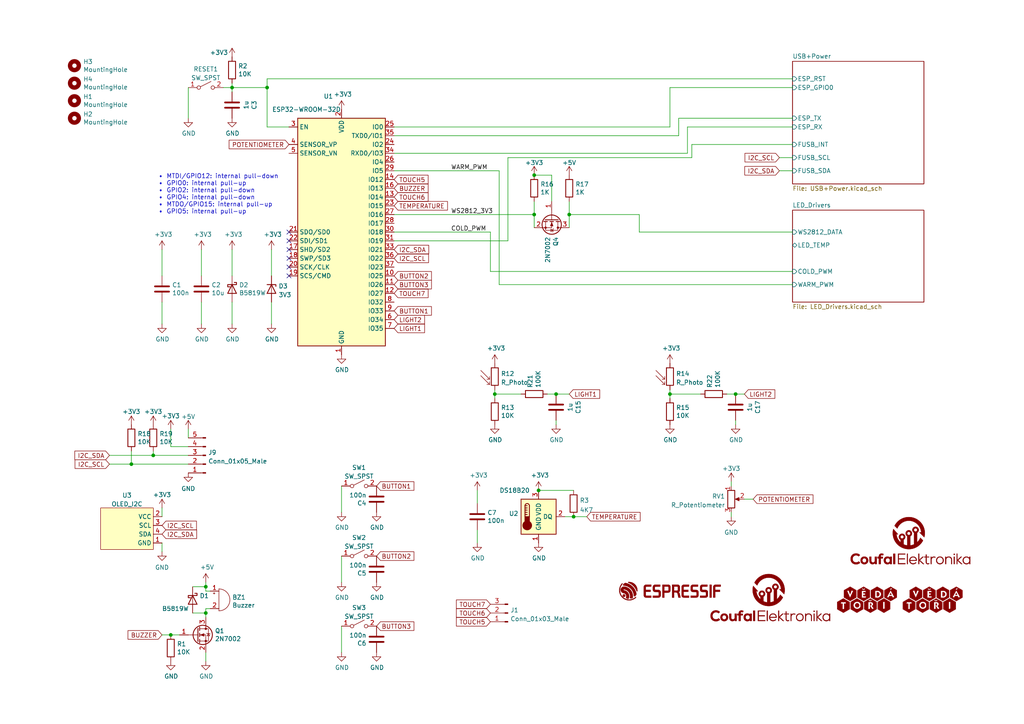
<source format=kicad_sch>
(kicad_sch (version 20230121) (generator eeschema)
  (paper "A4")
  (lib_symbols
    (symbol "Connector:Conn_01x03_Male" (pin_names (offset 1.016) hide)
      (property "Reference" "J" (at 0 5.08 0))
      (property "Value" "Conn_01x03_Male" (at 0 -5.08 0))
      (symbol "Conn_01x03_Male_1_1"
        (pin passive line (at 5.08 2.54 180) (length 3.81) (name "Pin_1") (number "1"))
        (pin passive line (at 5.08 0 180) (length 3.81) (name "Pin_2") (number "2"))
        (pin passive line (at 5.08 -2.54 180) (length 3.81) (name "Pin_3") (number "3"))
      )
    )
    (symbol "Connector:Conn_01x05_Male" (pin_names (offset 1.016) hide)
      (property "Reference" "J" (at 0 7.62 0))
      (property "Value" "Conn_01x05_Male" (at 0 -7.62 0))
      (symbol "Conn_01x05_Male_1_1"
        (pin passive line (at 5.08 5.08 180) (length 3.81) (name "Pin_1") (number "1"))
        (pin passive line (at 5.08 2.54 180) (length 3.81) (name "Pin_2") (number "2"))
        (pin passive line (at 5.08 0 180) (length 3.81) (name "Pin_3") (number "3"))
        (pin passive line (at 5.08 -2.54 180) (length 3.81) (name "Pin_4") (number "4"))
        (pin passive line (at 5.08 -5.08 180) (length 3.81) (name "Pin_5") (number "5"))
      )
    )
    (symbol "Device:Buzzer" (pin_names (offset 0.0254) hide)
      (property "Reference" "BZ" (at 3.81 1.27 0))
      (property "Value" "Buzzer" (at 3.81 -1.27 0))
      (symbol "Buzzer_1_1"
        (pin passive line (at -2.54 2.54 0) (length 2.54) (name "-") (number "1"))
        (pin passive line (at -2.54 -2.54 0) (length 2.54) (name "+") (number "2"))
      )
    )
    (symbol "Device:C" (pin_numbers hide) (pin_names (offset 0.254))
      (property "Reference" "C" (at 0.635 2.54 0))
      (property "Value" "C" (at 0.635 -2.54 0))
      (symbol "C_1_1"
        (pin passive line (at 0 3.81 270) (length 2.794) (name "~") (number "1"))
        (pin passive line (at 0 -3.81 90) (length 2.794) (name "~") (number "2"))
      )
    )
    (symbol "Device:D_Schottky" (pin_numbers hide) (pin_names (offset 1.016) hide)
      (property "Reference" "D" (at 0 2.54 0))
      (property "Value" "D_Schottky" (at 0 -2.54 0))
      (symbol "D_Schottky_1_1"
        (pin passive line (at -3.81 0 0) (length 2.54) (name "K") (number "1"))
        (pin passive line (at 3.81 0 180) (length 2.54) (name "A") (number "2"))
      )
    )
    (symbol "Device:D_Zener" (pin_numbers hide) (pin_names (offset 1.016) hide)
      (property "Reference" "D" (at 0 2.54 0))
      (property "Value" "D_Zener" (at 0 -2.54 0))
      (symbol "D_Zener_1_1"
        (pin passive line (at -3.81 0 0) (length 2.54) (name "K") (number "1"))
        (pin passive line (at 3.81 0 180) (length 2.54) (name "A") (number "2"))
      )
    )
    (symbol "Device:R" (pin_numbers hide) (pin_names (offset 0))
      (property "Reference" "R" (at 2.032 0 90))
      (property "Value" "R" (at 0 0 90))
      (symbol "R_1_1"
        (pin passive line (at 0 3.81 270) (length 1.27) (name "~") (number "1"))
        (pin passive line (at 0 -3.81 90) (length 1.27) (name "~") (number "2"))
      )
    )
    (symbol "Device:R_Photo" (pin_numbers hide) (pin_names (offset 0))
      (property "Reference" "R" (at 1.27 1.27 0))
      (property "Value" "R_Photo" (at 1.27 0 0))
      (symbol "R_Photo_1_1"
        (pin passive line (at 0 3.81 270) (length 1.27) (name "~") (number "1"))
        (pin passive line (at 0 -3.81 90) (length 1.27) (name "~") (number "2"))
      )
    )
    (symbol "Device:R_Potentiometer" (pin_names (offset 1.016) hide)
      (property "Reference" "RV" (at -4.445 0 90))
      (property "Value" "R_Potentiometer" (at -2.54 0 90))
      (symbol "R_Potentiometer_1_1"
        (pin passive line (at 0 3.81 270) (length 1.27) (name "1") (number "1"))
        (pin passive line (at 3.81 0 180) (length 1.27) (name "2") (number "2"))
        (pin passive line (at 0 -3.81 90) (length 1.27) (name "3") (number "3"))
      )
    )
    (symbol "Mechanical:MountingHole" (pin_names (offset 1.016))
      (property "Reference" "H" (at 0 5.08 0))
      (property "Value" "MountingHole" (at 0 3.175 0))
    )
    (symbol "PaLampa_Library:OLED_I2C"
      (property "Reference" "U" (at -0.635 7.62 0))
      (property "Value" "OLED_I2C" (at -3.81 0 0))
      (symbol "OLED_I2C_1_1"
        (pin input line (at 8.89 -3.81 180) (length 2.54) (name "GND") (number "1"))
        (pin input line (at 8.89 3.81 180) (length 2.54) (name "VCC") (number "2"))
        (pin input line (at 8.89 1.27 180) (length 2.54) (name "SCL") (number "3"))
        (pin input line (at 8.89 -1.27 180) (length 2.54) (name "SDA") (number "4"))
      )
    )
    (symbol "RF_Module:ESP32-WROOM-32D"
      (property "Reference" "U" (at -12.7 34.29 0))
      (property "Value" "ESP32-WROOM-32D" (at 1.27 34.29 0))
      (symbol "ESP32-WROOM-32D_1_1"
        (pin power_in line (at 0 -35.56 90) (length 2.54) (name "GND") (number "1"))
        (pin bidirectional line (at 15.24 -12.7 180) (length 2.54) (name "IO25") (number "10"))
        (pin bidirectional line (at 15.24 -15.24 180) (length 2.54) (name "IO26") (number "11"))
        (pin bidirectional line (at 15.24 -17.78 180) (length 2.54) (name "IO27") (number "12"))
        (pin bidirectional line (at 15.24 10.16 180) (length 2.54) (name "IO14") (number "13"))
        (pin bidirectional line (at 15.24 15.24 180) (length 2.54) (name "IO12") (number "14"))
        (pin passive line (at 0 -35.56 90) (length 2.54) hide (name "GND") (number "15"))
        (pin bidirectional line (at 15.24 12.7 180) (length 2.54) (name "IO13") (number "16"))
        (pin bidirectional line (at -15.24 -5.08 0) (length 2.54) (name "SHD/SD2") (number "17"))
        (pin bidirectional line (at -15.24 -7.62 0) (length 2.54) (name "SWP/SD3") (number "18"))
        (pin bidirectional line (at -15.24 -12.7 0) (length 2.54) (name "SCS/CMD") (number "19"))
        (pin power_in line (at 0 35.56 270) (length 2.54) (name "VDD") (number "2"))
        (pin bidirectional line (at -15.24 -10.16 0) (length 2.54) (name "SCK/CLK") (number "20"))
        (pin bidirectional line (at -15.24 0 0) (length 2.54) (name "SDO/SD0") (number "21"))
        (pin bidirectional line (at -15.24 -2.54 0) (length 2.54) (name "SDI/SD1") (number "22"))
        (pin bidirectional line (at 15.24 7.62 180) (length 2.54) (name "IO15") (number "23"))
        (pin bidirectional line (at 15.24 25.4 180) (length 2.54) (name "IO2") (number "24"))
        (pin bidirectional line (at 15.24 30.48 180) (length 2.54) (name "IO0") (number "25"))
        (pin bidirectional line (at 15.24 20.32 180) (length 2.54) (name "IO4") (number "26"))
        (pin bidirectional line (at 15.24 5.08 180) (length 2.54) (name "IO16") (number "27"))
        (pin bidirectional line (at 15.24 2.54 180) (length 2.54) (name "IO17") (number "28"))
        (pin bidirectional line (at 15.24 17.78 180) (length 2.54) (name "IO5") (number "29"))
        (pin input line (at -15.24 30.48 0) (length 2.54) (name "EN") (number "3"))
        (pin bidirectional line (at 15.24 0 180) (length 2.54) (name "IO18") (number "30"))
        (pin bidirectional line (at 15.24 -2.54 180) (length 2.54) (name "IO19") (number "31"))
        (pin no_connect line (at -12.7 -27.94 0) (length 2.54) hide (name "NC") (number "32"))
        (pin bidirectional line (at 15.24 -5.08 180) (length 2.54) (name "IO21") (number "33"))
        (pin bidirectional line (at 15.24 22.86 180) (length 2.54) (name "RXD0/IO3") (number "34"))
        (pin bidirectional line (at 15.24 27.94 180) (length 2.54) (name "TXD0/IO1") (number "35"))
        (pin bidirectional line (at 15.24 -7.62 180) (length 2.54) (name "IO22") (number "36"))
        (pin bidirectional line (at 15.24 -10.16 180) (length 2.54) (name "IO23") (number "37"))
        (pin passive line (at 0 -35.56 90) (length 2.54) hide (name "GND") (number "38"))
        (pin passive line (at 0 -35.56 90) (length 2.54) hide (name "GND") (number "39"))
        (pin input line (at -15.24 25.4 0) (length 2.54) (name "SENSOR_VP") (number "4"))
        (pin input line (at -15.24 22.86 0) (length 2.54) (name "SENSOR_VN") (number "5"))
        (pin input line (at 15.24 -25.4 180) (length 2.54) (name "IO34") (number "6"))
        (pin input line (at 15.24 -27.94 180) (length 2.54) (name "IO35") (number "7"))
        (pin bidirectional line (at 15.24 -20.32 180) (length 2.54) (name "IO32") (number "8"))
        (pin bidirectional line (at 15.24 -22.86 180) (length 2.54) (name "IO33") (number "9"))
      )
    )
    (symbol "Sensor_Temperature:DS18B20" (pin_names (offset 1.016))
      (property "Reference" "U" (at -3.81 6.35 0))
      (property "Value" "DS18B20" (at 6.35 6.35 0))
      (symbol "DS18B20_1_1"
        (pin power_in line (at 0 -7.62 90) (length 2.54) (name "GND") (number "1"))
        (pin bidirectional line (at 7.62 0 180) (length 2.54) (name "DQ") (number "2"))
        (pin power_in line (at 0 7.62 270) (length 2.54) (name "VDD") (number "3"))
      )
    )
    (symbol "Switch:SW_SPST" (pin_names (offset 0) hide)
      (property "Reference" "SW" (at 0 3.175 0))
      (property "Value" "SW_SPST" (at 0 -2.54 0))
      (symbol "SW_SPST_1_1"
        (pin passive line (at -5.08 0 0) (length 2.54) (name "A") (number "1"))
        (pin passive line (at 5.08 0 180) (length 2.54) (name "B") (number "2"))
      )
    )
    (symbol "Time-O-Mat_Library:CoufalElektronika_logo" (pin_names (offset 1.016)))
    (symbol "Time-O-Mat_Library:Espressif_logo" (pin_names (offset 1.016)))
    (symbol "Time-O-Mat_Library:Vedatori_logo" (pin_names (offset 1.016)))
    (symbol "Transistor_FET:2N7002" (pin_names hide)
      (property "Reference" "Q" (at 5.08 1.905 0))
      (property "Value" "2N7002" (at 5.08 0 0))
      (symbol "2N7002_1_1"
        (pin input line (at -5.08 0 0) (length 2.54) (name "G") (number "1"))
        (pin passive line (at 2.54 -5.08 90) (length 2.54) (name "S") (number "2"))
        (pin passive line (at 2.54 5.08 270) (length 2.54) (name "D") (number "3"))
      )
    )
    (symbol "power:+3V3" (power) (pin_names (offset 0))
      (property "Value" "+3V3" (at 0 3.556 0))
      (symbol "+3V3_1_1"
        (pin power_in line (at 0 0 90) (length 0) hide (name "+3V3") (number "1"))
      )
    )
    (symbol "power:+5V" (power) (pin_names (offset 0))
      (property "Value" "+5V" (at 0 3.556 0))
      (symbol "+5V_1_1"
        (pin power_in line (at 0 0 90) (length 0) hide (name "+5V") (number "1"))
      )
    )
    (symbol "power:GND" (power) (pin_names (offset 0))
      (property "Value" "GND" (at 0 -3.81 0))
      (symbol "GND_1_1"
        (pin power_in line (at 0 0 270) (length 0) hide (name "GND") (number "1"))
      )
    )
  )
  (junction (at 143.51 114.3))
  (junction (at 161.29 114.3))
  (junction (at 59.69 170.18))
  (junction (at 49.53 184.15))
  (junction (at 156.21 142.24))
  (junction (at 165.1 62.23))
  (junction (at 154.94 50.8))
  (junction (at 166.37 149.86))
  (junction (at 77.47 25.4))
  (junction (at 38.1 134.62))
  (junction (at 213.36 114.3))
  (junction (at 194.31 114.3))
  (junction (at 44.45 132.08))
  (junction (at 59.69 177.8))
  (junction (at 154.94 62.23))
  (junction (at 67.31 25.4))
  (no_connect (at 83.82 69.85))
  (no_connect (at 83.82 72.39))
  (no_connect (at 83.82 74.93))
  (no_connect (at 83.82 80.01))
  (no_connect (at 83.82 77.47))
  (no_connect (at 83.82 67.31))
  (wire (pts (xy 77.47 36.83) (xy 77.47 25.4)))
  (wire (pts (xy 229.87 25.4) (xy 194.31 25.4)))
  (wire (pts (xy 67.31 25.4) (xy 77.47 25.4)))
  (wire (pts (xy 59.69 191.77) (xy 59.69 189.23)))
  (wire (pts (xy 226.06 49.53) (xy 229.87 49.53)))
  (wire (pts (xy 138.43 153.67) (xy 138.43 157.48)))
  (wire (pts (xy 64.77 25.4) (xy 67.31 25.4)))
  (wire (pts (xy 60.96 176.53) (xy 59.69 176.53)))
  (wire (pts (xy 163.83 149.86) (xy 166.37 149.86)))
  (wire (pts (xy 160.02 50.8) (xy 154.94 50.8)))
  (wire (pts (xy 78.74 72.39) (xy 78.74 80.01)))
  (wire (pts (xy 229.87 67.31) (xy 185.42 67.31)))
  (wire (pts (xy 144.78 49.53) (xy 144.78 82.55)))
  (wire (pts (xy 143.51 114.3) (xy 151.13 114.3)))
  (wire (pts (xy 31.75 134.62) (xy 38.1 134.62)))
  (wire (pts (xy 77.47 22.86) (xy 229.87 22.86)))
  (wire (pts (xy 114.3 62.23) (xy 154.94 62.23)))
  (wire (pts (xy 212.09 139.7) (xy 212.09 140.97)))
  (wire (pts (xy 161.29 114.3) (xy 165.1 114.3)))
  (wire (pts (xy 185.42 67.31) (xy 185.42 62.23)))
  (wire (pts (xy 54.61 124.46) (xy 54.61 127)))
  (wire (pts (xy 229.87 41.91) (xy 200.66 41.91)))
  (wire (pts (xy 196.85 34.29) (xy 196.85 39.37)))
  (wire (pts (xy 59.69 171.45) (xy 60.96 171.45)))
  (wire (pts (xy 154.94 58.42) (xy 154.94 62.23)))
  (wire (pts (xy 138.43 146.05) (xy 138.43 142.24)))
  (wire (pts (xy 59.69 170.18) (xy 55.88 170.18)))
  (wire (pts (xy 194.31 113.03) (xy 194.31 114.3)))
  (wire (pts (xy 67.31 93.98) (xy 67.31 87.63)))
  (wire (pts (xy 67.31 80.01) (xy 67.31 72.39)))
  (wire (pts (xy 185.42 62.23) (xy 165.1 62.23)))
  (wire (pts (xy 229.87 36.83) (xy 199.39 36.83)))
  (wire (pts (xy 194.31 114.3) (xy 194.31 115.57)))
  (wire (pts (xy 212.09 149.86) (xy 212.09 148.59)))
  (wire (pts (xy 59.69 168.91) (xy 59.69 170.18)))
  (wire (pts (xy 226.06 45.72) (xy 229.87 45.72)))
  (wire (pts (xy 67.31 26.67) (xy 67.31 25.4)))
  (wire (pts (xy 99.06 181.61) (xy 99.06 189.23)))
  (wire (pts (xy 199.39 44.45) (xy 114.3 44.45)))
  (wire (pts (xy 196.85 39.37) (xy 114.3 39.37)))
  (wire (pts (xy 46.99 80.01) (xy 46.99 72.39)))
  (wire (pts (xy 199.39 36.83) (xy 199.39 44.45)))
  (wire (pts (xy 49.53 129.54) (xy 49.53 124.46)))
  (wire (pts (xy 143.51 114.3) (xy 143.51 115.57)))
  (wire (pts (xy 49.53 184.15) (xy 46.99 184.15)))
  (wire (pts (xy 99.06 140.97) (xy 99.06 148.59)))
  (wire (pts (xy 44.45 132.08) (xy 54.61 132.08)))
  (wire (pts (xy 46.99 87.63) (xy 46.99 93.98)))
  (wire (pts (xy 44.45 130.81) (xy 44.45 132.08)))
  (wire (pts (xy 143.51 113.03) (xy 143.51 114.3)))
  (wire (pts (xy 213.36 114.3) (xy 215.9 114.3)))
  (wire (pts (xy 194.31 25.4) (xy 194.31 36.83)))
  (wire (pts (xy 147.32 45.72) (xy 147.32 69.85)))
  (wire (pts (xy 114.3 49.53) (xy 144.78 49.53)))
  (wire (pts (xy 142.24 78.74) (xy 142.24 67.31)))
  (wire (pts (xy 166.37 149.86) (xy 170.18 149.86)))
  (wire (pts (xy 54.61 129.54) (xy 49.53 129.54)))
  (wire (pts (xy 58.42 72.39) (xy 58.42 80.01)))
  (wire (pts (xy 142.24 78.74) (xy 229.87 78.74)))
  (wire (pts (xy 54.61 25.4) (xy 54.61 34.29)))
  (wire (pts (xy 156.21 142.24) (xy 166.37 142.24)))
  (wire (pts (xy 114.3 69.85) (xy 147.32 69.85)))
  (wire (pts (xy 142.24 67.31) (xy 114.3 67.31)))
  (wire (pts (xy 77.47 25.4) (xy 77.47 22.86)))
  (wire (pts (xy 194.31 114.3) (xy 203.2 114.3)))
  (wire (pts (xy 160.02 58.42) (xy 160.02 50.8)))
  (wire (pts (xy 38.1 134.62) (xy 54.61 134.62)))
  (wire (pts (xy 59.69 177.8) (xy 55.88 177.8)))
  (wire (pts (xy 213.36 121.92) (xy 213.36 123.19)))
  (wire (pts (xy 58.42 87.63) (xy 58.42 93.98)))
  (wire (pts (xy 229.87 34.29) (xy 196.85 34.29)))
  (wire (pts (xy 194.31 36.83) (xy 114.3 36.83)))
  (wire (pts (xy 161.29 121.92) (xy 161.29 123.19)))
  (wire (pts (xy 99.06 161.29) (xy 99.06 168.91)))
  (wire (pts (xy 59.69 176.53) (xy 59.69 177.8)))
  (wire (pts (xy 46.99 157.48) (xy 46.99 160.02)))
  (wire (pts (xy 83.82 36.83) (xy 77.47 36.83)))
  (wire (pts (xy 144.78 82.55) (xy 229.87 82.55)))
  (wire (pts (xy 165.1 58.42) (xy 165.1 62.23)))
  (wire (pts (xy 31.75 132.08) (xy 44.45 132.08)))
  (wire (pts (xy 154.94 62.23) (xy 154.94 66.04)))
  (wire (pts (xy 210.82 114.3) (xy 213.36 114.3)))
  (wire (pts (xy 59.69 170.18) (xy 59.69 171.45)))
  (wire (pts (xy 78.74 87.63) (xy 78.74 93.98)))
  (wire (pts (xy 165.1 62.23) (xy 165.1 66.04)))
  (wire (pts (xy 218.44 144.78) (xy 215.9 144.78)))
  (wire (pts (xy 200.66 45.72) (xy 147.32 45.72)))
  (wire (pts (xy 46.99 147.32) (xy 46.99 149.86)))
  (wire (pts (xy 52.07 184.15) (xy 49.53 184.15)))
  (wire (pts (xy 200.66 41.91) (xy 200.66 45.72)))
  (wire (pts (xy 59.69 177.8) (xy 59.69 179.07)))
  (wire (pts (xy 158.75 114.3) (xy 161.29 114.3)))
  (wire (pts (xy 67.31 25.4) (xy 67.31 24.13)))
  (wire (pts (xy 38.1 130.81) (xy 38.1 134.62)))
  (text "• MTDI/GPIO12: internal pull-down\n• GPIO0: internal pull-up\n• GPIO2: internal pull-down\n• GPIO4: internal pull-down\n• MTDO/GPIO15: internal pull-up\n• GPIO5: internal pull-up" (at 45.72 62.23 0) (effects (font (size 1.27 1.27)) (justify left bottom)))
  (label "WARM_PWM" (at 130.81 49.53 0))
  (label "WS2812_3V3" (at 130.81 62.23 0))
  (label "COLD_PWM" (at 130.81 67.31 0))
  (global_label "I2C_SDA" (shape input) (at 114.3 72.39 0) (property "Intersheetrefs" "${INTERSHEET_REFS}" (effects hide)))
  (global_label "LIGHT2" (shape input) (at 114.3 92.71 0) (property "Intersheetrefs" "${INTERSHEET_REFS}" (effects hide)))
  (global_label "I2C_SCL" (shape input) (at 114.3 74.93 0) (property "Intersheetrefs" "${INTERSHEET_REFS}" (effects hide)))
  (global_label "BUZZER" (shape input) (at 46.99 184.15 180) (property "Intersheetrefs" "${INTERSHEET_REFS}" (effects hide)))
  (global_label "TOUCH7" (shape input) (at 114.3 85.09 0) (property "Intersheetrefs" "${INTERSHEET_REFS}" (effects hide)))
  (global_label "BUTTON2" (shape input) (at 109.22 161.29 0) (property "Intersheetrefs" "${INTERSHEET_REFS}" (effects hide)))
  (global_label "TOUCH5" (shape input) (at 114.3 52.07 0) (property "Intersheetrefs" "${INTERSHEET_REFS}" (effects hide)))
  (global_label "POTENTIOMETER" (shape input) (at 83.82 41.91 180) (property "Intersheetrefs" "${INTERSHEET_REFS}" (effects hide)))
  (global_label "BUTTON3" (shape input) (at 114.3 82.55 0) (property "Intersheetrefs" "${INTERSHEET_REFS}" (effects hide)))
  (global_label "TOUCH6" (shape input) (at 142.24 177.8 180) (property "Intersheetrefs" "${INTERSHEET_REFS}" (effects hide)))
  (global_label "TEMPERATURE" (shape input) (at 170.18 149.86 0) (property "Intersheetrefs" "${INTERSHEET_REFS}" (effects hide)))
  (global_label "POTENTIOMETER" (shape input) (at 218.44 144.78 0) (property "Intersheetrefs" "${INTERSHEET_REFS}" (effects hide)))
  (global_label "TOUCH6" (shape input) (at 114.3 57.15 0) (property "Intersheetrefs" "${INTERSHEET_REFS}" (effects hide)))
  (global_label "BUTTON3" (shape input) (at 109.22 181.61 0) (property "Intersheetrefs" "${INTERSHEET_REFS}" (effects hide)))
  (global_label "BUTTON1" (shape input) (at 109.22 140.97 0) (property "Intersheetrefs" "${INTERSHEET_REFS}" (effects hide)))
  (global_label "I2C_SDA" (shape input) (at 31.75 132.08 180) (property "Intersheetrefs" "${INTERSHEET_REFS}" (effects hide)))
  (global_label "I2C_SCL" (shape input) (at 46.99 152.4 0) (property "Intersheetrefs" "${INTERSHEET_REFS}" (effects hide)))
  (global_label "LIGHT1" (shape input) (at 114.3 95.25 0) (property "Intersheetrefs" "${INTERSHEET_REFS}" (effects hide)))
  (global_label "BUZZER" (shape input) (at 114.3 54.61 0) (property "Intersheetrefs" "${INTERSHEET_REFS}" (effects hide)))
  (global_label "BUTTON1" (shape input) (at 114.3 90.17 0) (property "Intersheetrefs" "${INTERSHEET_REFS}" (effects hide)))
  (global_label "BUTTON2" (shape input) (at 114.3 80.01 0) (property "Intersheetrefs" "${INTERSHEET_REFS}" (effects hide)))
  (global_label "LIGHT1" (shape input) (at 165.1 114.3 0) (property "Intersheetrefs" "${INTERSHEET_REFS}" (effects hide)))
  (global_label "TEMPERATURE" (shape input) (at 114.3 59.69 0) (property "Intersheetrefs" "${INTERSHEET_REFS}" (effects hide)))
  (global_label "I2C_SCL" (shape input) (at 31.75 134.62 180) (property "Intersheetrefs" "${INTERSHEET_REFS}" (effects hide)))
  (global_label "TOUCH7" (shape input) (at 142.24 175.26 180) (property "Intersheetrefs" "${INTERSHEET_REFS}" (effects hide)))
  (global_label "LIGHT2" (shape input) (at 215.9 114.3 0) (property "Intersheetrefs" "${INTERSHEET_REFS}" (effects hide)))
  (global_label "I2C_SCL" (shape input) (at 226.06 45.72 180) (property "Intersheetrefs" "${INTERSHEET_REFS}" (effects hide)))
  (global_label "I2C_SDA" (shape input) (at 226.06 49.53 180) (property "Intersheetrefs" "${INTERSHEET_REFS}" (effects hide)))
  (global_label "TOUCH5" (shape input) (at 142.24 180.34 180) (property "Intersheetrefs" "${INTERSHEET_REFS}" (effects hide)))
  (global_label "I2C_SDA" (shape input) (at 46.99 154.94 0) (property "Intersheetrefs" "${INTERSHEET_REFS}" (effects hide)))
  (symbol (lib_id "power:GND") (at 161.29 123.19 0) (unit 1)
    (property "Reference" "#PWR0181" (effects hide))
    (property "Value" "GND" (at 161.417 127.5842 0))
  )
  (symbol (lib_id "power:+5V") (at 59.69 168.91 0) (unit 1)
    (property "Reference" "#PWR0124" (effects hide))
    (property "Value" "+5V" (at 60.071 164.5158 0))
  )
  (symbol (lib_id "Switch:SW_SPST") (at 104.14 161.29 0) (unit 1)
    (property "Reference" "SW2" (at 104.14 155.9392 0))
    (property "Value" "SW_SPST" (at 104.14 158.4761 0))
    (property "Footprint" "Button_Switch_THT:SW_PUSH_6mm_H13mm" (effects hide))
  )
  (symbol (lib_id "Transistor_FET:2N7002") (at 160.02 63.5 270) (unit 1)
    (property "Reference" "Q4" (at 161.1884 68.6816 0) (effects (justify left)))
    (property "Value" "2N7002" (at 158.877 68.6816 0) (effects (justify left)))
    (property "Footprint" "Package_TO_SOT_SMD:SOT-23" (effects hide))
    (property "Datasheet" "https://www.onsemi.com/pub/Collateral/NDS7002A-D.PDF" (effects hide))
    (property "LCSC" "C8545" (effects hide))
  )
  (symbol (lib_id "power:+3V3") (at 44.45 123.19 0) (unit 1)
    (property "Reference" "#PWR0170" (effects hide))
    (property "Value" "+3V3" (at 44.45 119.38 0))
  )
  (symbol (lib_id "power:GND") (at 109.22 148.59 0) (unit 1)
    (property "Reference" "#PWR0106" (effects hide))
    (property "Value" "GND" (at 109.347 152.9842 0))
  )
  (symbol (lib_id "Switch:SW_SPST") (at 59.69 25.4 0) (unit 1)
    (property "Reference" "RESET1" (at 59.69 20.0492 0))
    (property "Value" "SW_SPST" (at 59.69 22.5861 0))
    (property "Footprint" "Button_Switch_SMD:SW_SPST_TL3342" (effects hide))
    (property "LCSC" "C318884" (effects hide))
  )
  (symbol (lib_id "PaLampa_Library:OLED_I2C") (at 38.1 153.67 0) (unit 1)
    (property "Reference" "U3" (at 36.83 143.671 0))
    (property "Value" "OLED_I2C" (at 36.83 146.2079 0))
    (property "Footprint" "PaLampa_Library:Display_128x64_096_I2C_3Hole" (effects hide))
  )
  (symbol (lib_id "power:+3V3") (at 138.43 142.24 0) (unit 1)
    (property "Reference" "#PWR0137" (effects hide))
    (property "Value" "+3V3" (at 138.811 137.8458 0))
  )
  (symbol (lib_id "power:GND") (at 109.22 189.23 0) (unit 1)
    (property "Reference" "#PWR0109" (effects hide))
    (property "Value" "GND" (at 109.347 193.6242 0))
  )
  (symbol (lib_id "Device:C") (at 138.43 149.86 0) (unit 1)
    (property "Reference" "C7" (at 141.351 148.6916 0) (effects (justify left)))
    (property "Value" "100n" (at 141.351 151.003 0) (effects (justify left)))
    (property "Footprint" "Capacitor_SMD:C_0603_1608Metric" (effects hide))
    (property "LCSC" "C14663" (effects hide))
  )
  (symbol (lib_id "power:GND") (at 156.21 157.48 0) (unit 1)
    (property "Reference" "#PWR0140" (effects hide))
    (property "Value" "GND" (at 156.337 161.8742 0))
  )
  (symbol (lib_id "power:GND") (at 46.99 160.02 0) (unit 1)
    (property "Reference" "#PWR0101" (effects hide))
    (property "Value" "GND" (at 46.99 164.5825 0))
  )
  (symbol (lib_id "Mechanical:MountingHole") (at 21.59 34.29 0) (unit 1) (in_bom no)
    (property "Reference" "H2" (at 24.13 33.1216 0) (effects (justify left)))
    (property "Value" "MountingHole" (at 24.13 35.433 0) (effects (justify left)))
    (property "Footprint" "MountingHole:MountingHole_3.2mm_M3" (effects hide))
  )
  (symbol (lib_id "power:GND") (at 109.22 168.91 0) (unit 1)
    (property "Reference" "#PWR0107" (effects hide))
    (property "Value" "GND" (at 109.347 173.3042 0))
  )
  (symbol (lib_id "Switch:SW_SPST") (at 104.14 140.97 0) (unit 1)
    (property "Reference" "SW1" (at 104.14 135.6192 0))
    (property "Value" "SW_SPST" (at 104.14 138.1561 0))
    (property "Footprint" "Button_Switch_THT:SW_PUSH_6mm_H13mm" (effects hide))
  )
  (symbol (lib_id "power:+3V3") (at 194.31 105.41 0) (unit 1)
    (property "Reference" "#PWR0164" (effects hide))
    (property "Value" "+3V3" (at 194.691 101.0158 0))
  )
  (symbol (lib_id "Device:C") (at 67.31 30.48 180) (unit 1)
    (property "Reference" "C3" (at 73.7108 30.48 90))
    (property "Value" "1u" (at 71.3994 30.48 90))
    (property "Footprint" "Capacitor_SMD:C_0603_1608Metric" (effects hide))
    (property "LCSC" "C15849" (effects hide))
  )
  (symbol (lib_id "Device:R") (at 165.1 54.61 0) (unit 1)
    (property "Reference" "R17" (at 166.878 53.4416 0) (effects (justify left)))
    (property "Value" "1K" (at 166.878 55.753 0) (effects (justify left)))
    (property "Footprint" "Resistor_SMD:R_0603_1608Metric" (effects hide))
    (property "LCSC" "C21190" (effects hide))
  )
  (symbol (lib_id "power:GND") (at 138.43 157.48 0) (unit 1)
    (property "Reference" "#PWR0138" (effects hide))
    (property "Value" "GND" (at 138.557 161.8742 0))
  )
  (symbol (lib_id "power:+3V3") (at 156.21 142.24 0) (unit 1)
    (property "Reference" "#PWR0136" (effects hide))
    (property "Value" "+3V3" (at 156.591 137.8458 0))
  )
  (symbol (lib_id "Device:C") (at 109.22 144.78 180) (unit 1)
    (property "Reference" "C4" (at 106.299 145.9484 0) (effects (justify left)))
    (property "Value" "100n" (at 106.299 143.637 0) (effects (justify left)))
    (property "Footprint" "Capacitor_SMD:C_0603_1608Metric" (effects hide))
    (property "LCSC" "C14663" (effects hide))
  )
  (symbol (lib_id "power:+3V3") (at 78.74 72.39 0) (unit 1)
    (property "Reference" "#PWR0154" (effects hide))
    (property "Value" "+3V3" (at 79.121 67.9958 0))
  )
  (symbol (lib_id "power:GND") (at 67.31 34.29 0) (unit 1)
    (property "Reference" "#PWR0132" (effects hide))
    (property "Value" "GND" (at 67.437 38.6842 0))
  )
  (symbol (lib_id "Mechanical:MountingHole") (at 21.59 19.05 0) (unit 1) (in_bom no)
    (property "Reference" "H3" (at 24.13 17.8816 0) (effects (justify left)))
    (property "Value" "MountingHole" (at 24.13 20.193 0) (effects (justify left)))
    (property "Footprint" "MountingHole:MountingHole_3.2mm_M3" (effects hide))
  )
  (symbol (lib_id "power:+3V3") (at 99.06 31.75 0) (unit 1)
    (property "Reference" "#PWR0115" (effects hide))
    (property "Value" "+3V3" (at 99.441 27.3558 0))
  )
  (symbol (lib_id "Time-O-Mat_Library:Espressif_logo") (at 194.31 171.45 0) (unit 1) (in_bom no)
    (property "Reference" "G5" (effects hide))
    (property "Value" "Espressif_logo" (effects hide))
    (property "Footprint" "PaLampa_Library:Espressif_logo_30mm" (effects hide))
  )
  (symbol (lib_id "Connector:Conn_01x05_Male") (at 59.69 132.08 180) (unit 1)
    (property "Reference" "J9" (at 60.4012 131.2453 0) (effects (justify right)))
    (property "Value" "Conn_01x05_Male" (at 60.4012 133.7822 0) (effects (justify right)))
    (property "Footprint" "Connector_PinHeader_2.54mm:PinHeader_1x05_P2.54mm_Vertical" (effects hide))
  )
  (symbol (lib_id "power:GND") (at 99.06 102.87 0) (unit 1)
    (property "Reference" "#PWR0116" (effects hide))
    (property "Value" "GND" (at 99.187 107.2642 0))
  )
  (symbol (lib_id "Device:C") (at 161.29 118.11 180) (unit 1)
    (property "Reference" "C15" (at 167.6908 118.11 90))
    (property "Value" "1u" (at 165.3794 118.11 90))
    (property "Footprint" "Capacitor_SMD:C_0603_1608Metric" (effects hide))
    (property "LCSC" "C15849" (effects hide))
  )
  (symbol (lib_id "Time-O-Mat_Library:Vedatori_logo") (at 251.46 173.99 0) (unit 1) (in_bom no)
    (property "Reference" "G2" (effects hide))
    (property "Value" "Vedatori_logo" (effects hide))
    (property "Footprint" "PaLampa_Library:VedatoriNew_40x5,7mm" (effects hide))
  )
  (symbol (lib_id "power:+3V3") (at 46.99 147.32 0) (unit 1)
    (property "Reference" "#PWR0102" (effects hide))
    (property "Value" "+3V3" (at 46.99 143.51 0))
  )
  (symbol (lib_id "Mechanical:MountingHole") (at 21.59 24.13 0) (unit 1) (in_bom no)
    (property "Reference" "H4" (at 24.13 22.9616 0) (effects (justify left)))
    (property "Value" "MountingHole" (at 24.13 25.273 0) (effects (justify left)))
    (property "Footprint" "MountingHole:MountingHole_3.2mm_M3" (effects hide))
  )
  (symbol (lib_id "Device:C") (at 109.22 165.1 180) (unit 1)
    (property "Reference" "C5" (at 106.299 166.2684 0) (effects (justify left)))
    (property "Value" "100n" (at 106.299 163.957 0) (effects (justify left)))
    (property "Footprint" "Capacitor_SMD:C_0603_1608Metric" (effects hide))
    (property "LCSC" "C14663" (effects hide))
  )
  (symbol (lib_id "power:GND") (at 67.31 93.98 0) (unit 1)
    (property "Reference" "#PWR0134" (effects hide))
    (property "Value" "GND" (at 67.437 98.3742 0))
  )
  (symbol (lib_id "power:GND") (at 99.06 168.91 0) (unit 1)
    (property "Reference" "#PWR0108" (effects hide))
    (property "Value" "GND" (at 99.187 173.3042 0))
  )
  (symbol (lib_id "power:+3V3") (at 154.94 50.8 0) (unit 1)
    (property "Reference" "#PWR0167" (effects hide))
    (property "Value" "+3V3" (at 154.94 47.1955 0))
  )
  (symbol (lib_id "Device:D_Schottky") (at 67.31 83.82 270) (unit 1)
    (property "Reference" "D2" (at 69.342 82.6516 90) (effects (justify left)))
    (property "Value" "B5819W" (at 69.342 84.963 90) (effects (justify left)))
    (property "Footprint" "Diode_SMD:D_SOD-123" (effects hide))
    (property "LCSC" "C8598" (effects hide))
  )
  (symbol (lib_id "Device:R_Photo") (at 194.31 109.22 0) (unit 1)
    (property "Reference" "R14" (at 196.088 108.3853 0) (effects (justify left)))
    (property "Value" "R_Photo" (at 196.088 110.9222 0) (effects (justify left)))
    (property "Footprint" "OptoDevice:R_LDR_5.1x4.3mm_P3.4mm_Vertical" (effects hide))
  )
  (symbol (lib_id "power:+3V3") (at 212.09 139.7 0) (unit 1)
    (property "Reference" "#PWR0103" (effects hide))
    (property "Value" "+3V3" (at 212.09 135.89 0))
  )
  (symbol (lib_id "power:+3V3") (at 67.31 16.51 0) (unit 1)
    (property "Reference" "#PWR0133" (effects hide))
    (property "Value" "+3V3" (at 63.5 15.24 0))
  )
  (symbol (lib_id "Device:R") (at 154.94 54.61 0) (unit 1)
    (property "Reference" "R16" (at 156.718 53.4416 0) (effects (justify left)))
    (property "Value" "1K" (at 156.718 55.753 0) (effects (justify left)))
    (property "Footprint" "Resistor_SMD:R_0603_1608Metric" (effects hide))
    (property "LCSC" "C21190" (effects hide))
  )
  (symbol (lib_id "Switch:SW_SPST") (at 104.14 181.61 0) (unit 1)
    (property "Reference" "SW3" (at 104.14 176.2592 0))
    (property "Value" "SW_SPST" (at 104.14 178.7961 0))
    (property "Footprint" "Button_Switch_THT:SW_PUSH_6mm_H13mm" (effects hide))
  )
  (symbol (lib_id "Device:R") (at 143.51 119.38 0) (unit 1)
    (property "Reference" "R13" (at 145.288 118.2116 0) (effects (justify left)))
    (property "Value" "10K" (at 145.288 120.523 0) (effects (justify left)))
    (property "Footprint" "Resistor_SMD:R_0603_1608Metric" (effects hide))
    (property "LCSC" "C25804" (effects hide))
  )
  (symbol (lib_id "power:GND") (at 143.51 123.19 0) (unit 1)
    (property "Reference" "#PWR0161" (effects hide))
    (property "Value" "GND" (at 143.637 127.5842 0))
  )
  (symbol (lib_id "Device:C") (at 58.42 83.82 0) (unit 1)
    (property "Reference" "C2" (at 61.341 82.6516 0) (effects (justify left)))
    (property "Value" "10u" (at 61.341 84.963 0) (effects (justify left)))
    (property "Footprint" "Capacitor_SMD:C_0805_2012Metric" (effects hide))
    (property "LCSC" "C15850" (effects hide))
  )
  (symbol (lib_id "Device:R") (at 154.94 114.3 90) (unit 1)
    (property "Reference" "R21" (at 153.7716 112.522 0) (effects (justify left)))
    (property "Value" "100K" (at 156.083 112.522 0) (effects (justify left)))
    (property "Footprint" "Resistor_SMD:R_0603_1608Metric" (effects hide))
    (property "LCSC" "C25803" (effects hide))
  )
  (symbol (lib_id "Connector:Conn_01x03_Male") (at 147.32 177.8 180) (unit 1)
    (property "Reference" "J1" (at 148.0312 176.9653 0) (effects (justify right)))
    (property "Value" "Conn_01x03_Male" (at 148.0312 179.5022 0) (effects (justify right)))
    (property "Footprint" "Connector_PinHeader_2.54mm:PinHeader_1x03_P2.54mm_Vertical" (effects hide))
  )
  (symbol (lib_id "Device:R") (at 67.31 20.32 0) (unit 1)
    (property "Reference" "R2" (at 69.088 19.1516 0) (effects (justify left)))
    (property "Value" "10K" (at 69.088 21.463 0) (effects (justify left)))
    (property "Footprint" "Resistor_SMD:R_0603_1608Metric" (effects hide))
    (property "LCSC" "C25804" (effects hide))
  )
  (symbol (lib_id "Device:C") (at 213.36 118.11 180) (unit 1)
    (property "Reference" "C17" (at 219.7608 118.11 90))
    (property "Value" "1u" (at 217.4494 118.11 90))
    (property "Footprint" "Capacitor_SMD:C_0603_1608Metric" (effects hide))
    (property "LCSC" "C15849" (effects hide))
  )
  (symbol (lib_id "power:GND") (at 54.61 34.29 0) (unit 1)
    (property "Reference" "#PWR0176" (effects hide))
    (property "Value" "GND" (at 54.737 38.6842 0))
  )
  (symbol (lib_id "power:GND") (at 78.74 93.98 0) (unit 1)
    (property "Reference" "#PWR0149" (effects hide))
    (property "Value" "GND" (at 78.867 98.3742 0))
  )
  (symbol (lib_id "Mechanical:MountingHole") (at 21.59 29.21 0) (unit 1) (in_bom no)
    (property "Reference" "H1" (at 24.13 28.0416 0) (effects (justify left)))
    (property "Value" "MountingHole" (at 24.13 30.353 0) (effects (justify left)))
    (property "Footprint" "MountingHole:MountingHole_3.2mm_M3" (effects hide))
  )
  (symbol (lib_id "Device:R") (at 166.37 146.05 0) (unit 1)
    (property "Reference" "R3" (at 168.148 145.1415 0) (effects (justify left)))
    (property "Value" "4K7" (at 168.148 147.9166 0) (effects (justify left)))
    (property "Footprint" "Resistor_SMD:R_0603_1608Metric" (effects hide))
    (property "LCSC" "C23162" (effects hide))
  )
  (symbol (lib_id "power:+3V3") (at 67.31 72.39 0) (unit 1)
    (property "Reference" "#PWR0129" (effects hide))
    (property "Value" "+3V3" (at 67.691 67.9958 0))
  )
  (symbol (lib_id "Device:R_Photo") (at 143.51 109.22 0) (unit 1)
    (property "Reference" "R12" (at 145.288 108.3853 0) (effects (justify left)))
    (property "Value" "R_Photo" (at 145.288 110.9222 0) (effects (justify left)))
    (property "Footprint" "OptoDevice:R_LDR_5.1x4.3mm_P3.4mm_Vertical" (effects hide))
  )
  (symbol (lib_id "power:GND") (at 54.61 137.16 0) (unit 1)
    (property "Reference" "#PWR0172" (effects hide))
    (property "Value" "GND" (at 54.61 141.7225 0))
  )
  (symbol (lib_id "Sensor_Temperature:DS18B20") (at 156.21 149.86 0) (unit 1)
    (property "Reference" "U2" (at 150.368 148.9515 0) (effects (justify right)))
    (property "Value" "DS18B20" (at 153.67 142.24 0) (effects (justify right)))
    (property "Footprint" "Package_TO_SOT_THT:TO-92_HandSolder" (effects hide))
    (property "Datasheet" "http://datasheets.maximintegrated.com/en/ds/DS18B20.pdf" (effects hide))
  )
  (symbol (lib_id "Device:R_Potentiometer") (at 212.09 144.78 0) (unit 1)
    (property "Reference" "RV1" (at 210.3121 143.9453 0) (effects (justify right)))
    (property "Value" "R_Potentiometer" (at 210.3121 146.4822 0) (effects (justify right)))
    (property "Footprint" "Potentiometer_THT:Potentiometer_Alps_RK09K_Single_Vertical" (effects hide))
  )
  (symbol (lib_id "power:GND") (at 59.69 191.77 0) (unit 1)
    (property "Reference" "#PWR0125" (effects hide))
    (property "Value" "GND" (at 59.817 196.1642 0))
  )
  (symbol (lib_id "Device:R") (at 44.45 127 0) (unit 1)
    (property "Reference" "R19" (at 46.228 125.8316 0) (effects (justify left)))
    (property "Value" "10K" (at 46.228 128.143 0) (effects (justify left)))
    (property "Footprint" "Resistor_SMD:R_0603_1608Metric" (effects hide))
    (property "LCSC" "C25804" (effects hide))
  )
  (symbol (lib_id "Time-O-Mat_Library:CoufalElektronika_logo") (at 264.16 157.48 0) (unit 1) (in_bom no)
    (property "Reference" "G4" (effects hide))
    (property "Value" "CoufalElektronika_logo" (effects hide))
    (property "Footprint" "PaLampa_Library:Coufal_elektronika_notext_10mm" (effects hide))
  )
  (symbol (lib_id "Device:D_Schottky") (at 55.88 173.99 270) (unit 1)
    (property "Reference" "D1" (at 57.912 172.8216 90) (effects (justify left)))
    (property "Value" "B5819W" (at 46.99 176.53 90) (effects (justify left)))
    (property "Footprint" "Diode_SMD:D_SOD-123" (effects hide))
    (property "LCSC" "C8598" (effects hide))
  )
  (symbol (lib_id "power:GND") (at 99.06 148.59 0) (unit 1)
    (property "Reference" "#PWR0105" (effects hide))
    (property "Value" "GND" (at 99.187 152.9842 0))
  )
  (symbol (lib_id "Transistor_FET:2N7002") (at 57.15 184.15 0) (unit 1)
    (property "Reference" "Q1" (at 62.3316 182.9816 0) (effects (justify left)))
    (property "Value" "2N7002" (at 62.3316 185.293 0) (effects (justify left)))
    (property "Footprint" "Package_TO_SOT_SMD:SOT-23" (effects hide))
    (property "Datasheet" "https://www.onsemi.com/pub/Collateral/NDS7002A-D.PDF" (effects hide))
    (property "LCSC" "C8545" (effects hide))
  )
  (symbol (lib_id "power:+3V3") (at 38.1 123.19 0) (unit 1)
    (property "Reference" "#PWR0171" (effects hide))
    (property "Value" "+3V3" (at 38.1 119.38 0))
  )
  (symbol (lib_id "Time-O-Mat_Library:Vedatori_logo") (at 270.51 173.99 0) (unit 1) (in_bom no)
    (property "Reference" "G3" (effects hide))
    (property "Value" "Vedatori_logo" (effects hide))
    (property "Footprint" "PaLampa_Library:VedatoriNew_40x5,7mm" (effects hide))
  )
  (symbol (lib_id "Device:C") (at 109.22 185.42 180) (unit 1)
    (property "Reference" "C6" (at 106.299 186.5884 0) (effects (justify left)))
    (property "Value" "100n" (at 106.299 184.277 0) (effects (justify left)))
    (property "Footprint" "Capacitor_SMD:C_0603_1608Metric" (effects hide))
    (property "LCSC" "C14663" (effects hide))
  )
  (symbol (lib_id "power:+3V3") (at 49.53 124.46 0) (unit 1)
    (property "Reference" "#PWR0169" (effects hide))
    (property "Value" "+3V3" (at 49.53 120.65 0))
  )
  (symbol (lib_id "power:GND") (at 213.36 123.19 0) (unit 1)
    (property "Reference" "#PWR0180" (effects hide))
    (property "Value" "GND" (at 213.487 127.5842 0))
  )
  (symbol (lib_id "power:+5V") (at 165.1 50.8 0) (unit 1)
    (property "Reference" "#PWR0168" (effects hide))
    (property "Value" "+5V" (at 165.1 47.1955 0))
  )
  (symbol (lib_id "power:+3V3") (at 143.51 105.41 0) (unit 1)
    (property "Reference" "#PWR0163" (effects hide))
    (property "Value" "+3V3" (at 143.891 101.0158 0))
  )
  (symbol (lib_id "Device:D_Zener") (at 78.74 83.82 270) (unit 1)
    (property "Reference" "D3" (at 80.772 82.9853 90) (effects (justify left)))
    (property "Value" "3V3" (at 80.772 85.5222 90) (effects (justify left)))
    (property "Footprint" "Diode_SMD:D_MiniMELF" (effects hide))
    (property "LCSC" "C8056" (effects hide))
  )
  (symbol (lib_id "power:GND") (at 99.06 189.23 0) (unit 1)
    (property "Reference" "#PWR0110" (effects hide))
    (property "Value" "GND" (at 99.187 193.6242 0))
  )
  (symbol (lib_id "Time-O-Mat_Library:CoufalElektronika_logo") (at 223.52 173.99 0) (unit 1) (in_bom no)
    (property "Reference" "G1" (effects hide))
    (property "Value" "CoufalElektronika_logo" (effects hide))
    (property "Footprint" "PaLampa_Library:Coufal_elektronika_text_30x13mm" (effects hide))
  )
  (symbol (lib_id "power:GND") (at 194.31 123.19 0) (unit 1)
    (property "Reference" "#PWR0162" (effects hide))
    (property "Value" "GND" (at 194.437 127.5842 0))
  )
  (symbol (lib_id "power:GND") (at 58.42 93.98 0) (unit 1)
    (property "Reference" "#PWR0135" (effects hide))
    (property "Value" "GND" (at 58.547 98.3742 0))
  )
  (symbol (lib_id "Device:R") (at 207.01 114.3 90) (unit 1)
    (property "Reference" "R22" (at 205.8416 112.522 0) (effects (justify left)))
    (property "Value" "100K" (at 208.153 112.522 0) (effects (justify left)))
    (property "Footprint" "Resistor_SMD:R_0603_1608Metric" (effects hide))
    (property "LCSC" "C25803" (effects hide))
  )
  (symbol (lib_id "power:+3V3") (at 46.99 72.39 0) (unit 1)
    (property "Reference" "#PWR0130" (effects hide))
    (property "Value" "+3V3" (at 47.371 67.9958 0))
  )
  (symbol (lib_id "power:GND") (at 49.53 191.77 0) (unit 1)
    (property "Reference" "#PWR0123" (effects hide))
    (property "Value" "GND" (at 49.657 196.1642 0))
  )
  (symbol (lib_id "Device:C") (at 46.99 83.82 0) (unit 1)
    (property "Reference" "C1" (at 49.911 82.6516 0) (effects (justify left)))
    (property "Value" "100n" (at 49.911 84.963 0) (effects (justify left)))
    (property "Footprint" "Capacitor_SMD:C_0603_1608Metric" (effects hide))
    (property "LCSC" "C14663" (effects hide))
  )
  (symbol (lib_id "RF_Module:ESP32-WROOM-32D") (at 99.06 67.31 0) (unit 1)
    (property "Reference" "U1" (at 95.25 27.94 0))
    (property "Value" "ESP32-WROOM-32D" (at 88.9 31.75 0))
    (property "Footprint" "RF_Module:ESP32-WROOM-32" (effects hide))
    (property "Datasheet" "https://www.espressif.com/sites/default/files/documentation/esp32-wroom-32d_esp32-wroom-32u_datasheet_en.pdf" (effects hide))
    (property "LCSC" "C529577" (effects hide))
  )
  (symbol (lib_id "Device:R") (at 38.1 127 0) (unit 1)
    (property "Reference" "R18" (at 39.878 125.8316 0) (effects (justify left)))
    (property "Value" "10K" (at 39.878 128.143 0) (effects (justify left)))
    (property "Footprint" "Resistor_SMD:R_0603_1608Metric" (effects hide))
    (property "LCSC" "C25804" (effects hide))
  )
  (symbol (lib_id "Device:Buzzer") (at 63.5 173.99 0) (unit 1)
    (property "Reference" "BZ1" (at 67.3608 173.2534 0) (effects (justify left)))
    (property "Value" "Buzzer" (at 67.3608 175.5648 0) (effects (justify left)))
    (property "Footprint" "PaLampa_Library:Buzzer_12x9.5RM6.6" (effects hide))
  )
  (symbol (lib_id "Device:R") (at 194.31 119.38 0) (unit 1)
    (property "Reference" "R15" (at 196.088 118.2116 0) (effects (justify left)))
    (property "Value" "10K" (at 196.088 120.523 0) (effects (justify left)))
    (property "Footprint" "Resistor_SMD:R_0603_1608Metric" (effects hide))
    (property "LCSC" "C25804" (effects hide))
  )
  (symbol (lib_id "power:GND") (at 46.99 93.98 0) (unit 1)
    (property "Reference" "#PWR0131" (effects hide))
    (property "Value" "GND" (at 47.117 98.3742 0))
  )
  (symbol (lib_id "power:+3V3") (at 58.42 72.39 0) (unit 1)
    (property "Reference" "#PWR0128" (effects hide))
    (property "Value" "+3V3" (at 58.801 67.9958 0))
  )
  (symbol (lib_id "Device:R") (at 49.53 187.96 0) (unit 1)
    (property "Reference" "R1" (at 51.308 186.7916 0) (effects (justify left)))
    (property "Value" "10K" (at 51.308 189.103 0) (effects (justify left)))
    (property "Footprint" "Resistor_SMD:R_0603_1608Metric" (effects hide))
    (property "LCSC" "C25804" (effects hide))
  )
  (symbol (lib_id "power:+5V") (at 54.61 124.46 0) (unit 1)
    (property "Reference" "#PWR0173" (effects hide))
    (property "Value" "+5V" (at 54.61 120.8555 0))
  )
  (symbol (lib_id "power:GND") (at 212.09 149.86 0) (unit 1)
    (property "Reference" "#PWR0104" (effects hide))
    (property "Value" "GND" (at 212.09 154.4225 0))
  )
  (sheet (at 229.87 60.96) (size 38.1 26.67) (stroke (width 0.1524))
    (property "Sheetname" "LED_Drivers" (at 229.87 60.2484 0) (effects (justify left bottom)))
    (property "Sheetfile" "LED_Drivers.kicad_sch" (at 229.87 88.2146 0) (effects (justify left top)))
    (pin "WARM_PWM" input (at 229.87 82.55 180))
    (pin "COLD_PWM" input (at 229.87 78.74 180))
    (pin "WS2812_DATA" input (at 229.87 67.31 180))
    (pin "LED_TEMP" bidirectional (at 229.87 71.12 180))
  )
  (sheet (at 229.87 17.78) (size 38.1 35.56)
    (property "Sheetname" "USB+Power" (at 229.87 17.0684 0) (effects (justify left bottom)))
    (property "Sheetfile" "USB+Power.kicad_sch" (at 229.87 53.9246 0) (effects (justify left top)))
    (pin "ESP_RX" input (at 229.87 36.83 180))
    (pin "ESP_TX" input (at 229.87 34.29 180))
    (pin "ESP_GPIO0" input (at 229.87 25.4 180))
    (pin "ESP_RST" input (at 229.87 22.86 180))
    (pin "FUSB_INT" input (at 229.87 41.91 180))
    (pin "FUSB_SCL" input (at 229.87 45.72 180))
    (pin "FUSB_SDA" input (at 229.87 49.53 180))
  )
)
</source>
